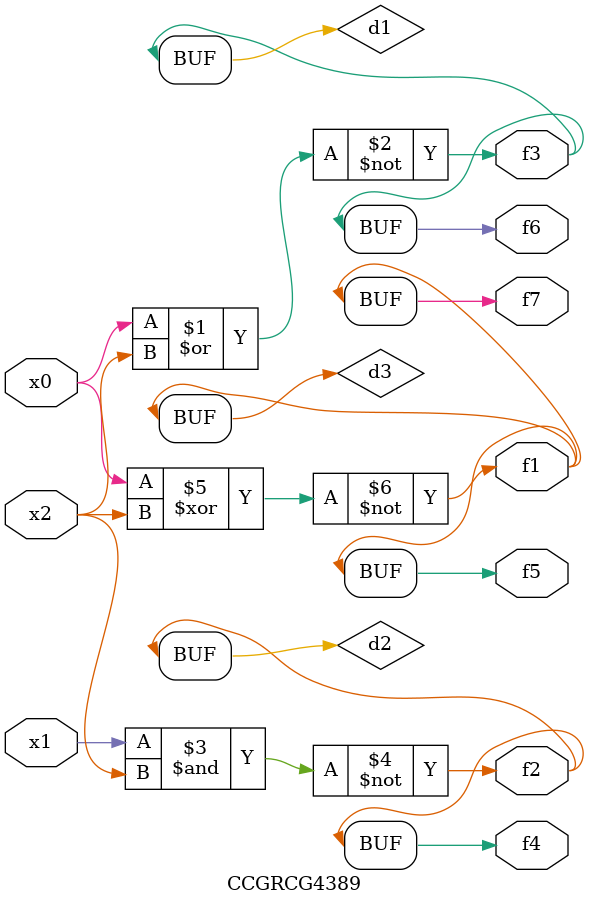
<source format=v>
module CCGRCG4389(
	input x0, x1, x2,
	output f1, f2, f3, f4, f5, f6, f7
);

	wire d1, d2, d3;

	nor (d1, x0, x2);
	nand (d2, x1, x2);
	xnor (d3, x0, x2);
	assign f1 = d3;
	assign f2 = d2;
	assign f3 = d1;
	assign f4 = d2;
	assign f5 = d3;
	assign f6 = d1;
	assign f7 = d3;
endmodule

</source>
